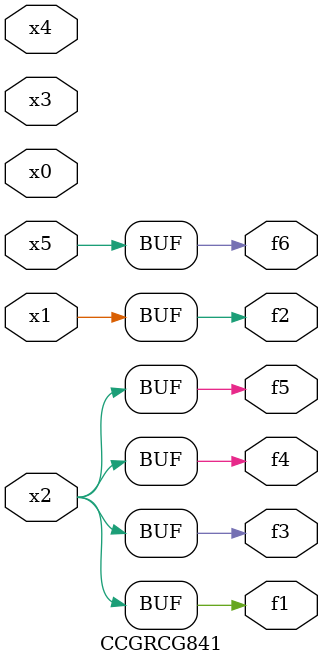
<source format=v>
module CCGRCG841(
	input x0, x1, x2, x3, x4, x5,
	output f1, f2, f3, f4, f5, f6
);
	assign f1 = x2;
	assign f2 = x1;
	assign f3 = x2;
	assign f4 = x2;
	assign f5 = x2;
	assign f6 = x5;
endmodule

</source>
